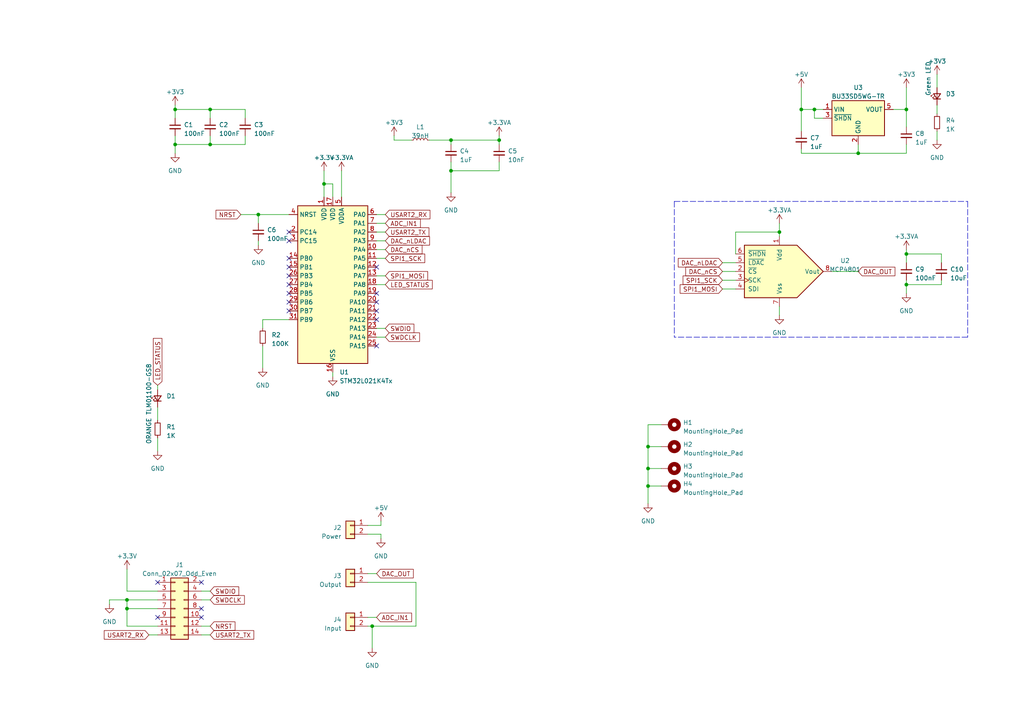
<source format=kicad_sch>
(kicad_sch (version 20230121) (generator eeschema)
  (paper "A4")
  (lib_symbols
    (symbol "Analog_DAC:MCP4801" (pin_names (offset 1.016))
      (property "Reference" "U" (at 1.27 10.795 0))
      (property "Value" "MCP4801" (at 1.27 8.89 0))
      (symbol "MCP4801_0_0"
        (polyline (pts (xy 12.7 0) (xy 5.08 7.62) (xy -10.16 7.62) (xy -10.16 -7.62) (xy 5.08 -7.62) (xy 12.7 0)) (stroke (width 0.254)) (fill (type background)))
      )
      (symbol "MCP4801_1_1"
        (pin power_in line (at 0 10.16 270) (length 2.54) (name "Vdd") (number "1"))
        (pin input line (at -12.7 0 0) (length 2.54) (name "~{CS}") (number "2"))
        (pin input clock (at -12.7 -2.54 0) (length 2.54) (name "SCK") (number "3"))
        (pin input line (at -12.7 -5.08 0) (length 2.54) (name "SDI") (number "4"))
        (pin input line (at -12.7 2.54 0) (length 2.54) (name "~{LDAC}") (number "5"))
        (pin input line (at -12.7 5.08 0) (length 2.54) (name "~{SHDN}") (number "6"))
        (pin power_in line (at 0 -10.16 90) (length 2.54) (name "Vss") (number "7"))
        (pin output line (at 15.24 0 180) (length 2.54) (name "Vout") (number "8"))
      )
    )
    (symbol "Connector_Generic:Conn_01x02" (pin_names (offset 1.016) hide)
      (property "Reference" "J" (at 0 2.54 0))
      (property "Value" "Conn_01x02" (at 0 -5.08 0))
      (symbol "Conn_01x02_1_1"
        (rectangle (start -1.27 -2.413) (end 0 -2.667) (stroke (width 0.1524)))
        (rectangle (start -1.27 0.127) (end 0 -0.127) (stroke (width 0.1524)))
        (rectangle (start -1.27 1.27) (end 1.27 -3.81) (stroke (width 0.254)) (fill (type background)))
        (pin passive line (at -5.08 0 0) (length 3.81) (name "Pin_1") (number "1"))
        (pin passive line (at -5.08 -2.54 0) (length 3.81) (name "Pin_2") (number "2"))
      )
    )
    (symbol "Connector_Generic:Conn_02x07_Odd_Even" (pin_names (offset 1.016) hide)
      (property "Reference" "J" (at 1.27 10.16 0))
      (property "Value" "Conn_02x07_Odd_Even" (at 1.27 -10.16 0))
      (symbol "Conn_02x07_Odd_Even_1_1"
        (rectangle (start -1.27 -7.493) (end 0 -7.747) (stroke (width 0.1524)))
        (rectangle (start -1.27 -4.953) (end 0 -5.207) (stroke (width 0.1524)))
        (rectangle (start -1.27 -2.413) (end 0 -2.667) (stroke (width 0.1524)))
        (rectangle (start -1.27 0.127) (end 0 -0.127) (stroke (width 0.1524)))
        (rectangle (start -1.27 2.667) (end 0 2.413) (stroke (width 0.1524)))
        (rectangle (start -1.27 5.207) (end 0 4.953) (stroke (width 0.1524)))
        (rectangle (start -1.27 7.747) (end 0 7.493) (stroke (width 0.1524)))
        (rectangle (start -1.27 8.89) (end 3.81 -8.89) (stroke (width 0.254)) (fill (type background)))
        (rectangle (start 3.81 -7.493) (end 2.54 -7.747) (stroke (width 0.1524)))
        (rectangle (start 3.81 -4.953) (end 2.54 -5.207) (stroke (width 0.1524)))
        (rectangle (start 3.81 -2.413) (end 2.54 -2.667) (stroke (width 0.1524)))
        (rectangle (start 3.81 0.127) (end 2.54 -0.127) (stroke (width 0.1524)))
        (rectangle (start 3.81 2.667) (end 2.54 2.413) (stroke (width 0.1524)))
        (rectangle (start 3.81 5.207) (end 2.54 4.953) (stroke (width 0.1524)))
        (rectangle (start 3.81 7.747) (end 2.54 7.493) (stroke (width 0.1524)))
        (pin passive line (at -5.08 7.62 0) (length 3.81) (name "Pin_1") (number "1"))
        (pin passive line (at 7.62 -2.54 180) (length 3.81) (name "Pin_10") (number "10"))
        (pin passive line (at -5.08 -5.08 0) (length 3.81) (name "Pin_11") (number "11"))
        (pin passive line (at 7.62 -5.08 180) (length 3.81) (name "Pin_12") (number "12"))
        (pin passive line (at -5.08 -7.62 0) (length 3.81) (name "Pin_13") (number "13"))
        (pin passive line (at 7.62 -7.62 180) (length 3.81) (name "Pin_14") (number "14"))
        (pin passive line (at 7.62 7.62 180) (length 3.81) (name "Pin_2") (number "2"))
        (pin passive line (at -5.08 5.08 0) (length 3.81) (name "Pin_3") (number "3"))
        (pin passive line (at 7.62 5.08 180) (length 3.81) (name "Pin_4") (number "4"))
        (pin passive line (at -5.08 2.54 0) (length 3.81) (name "Pin_5") (number "5"))
        (pin passive line (at 7.62 2.54 180) (length 3.81) (name "Pin_6") (number "6"))
        (pin passive line (at -5.08 0 0) (length 3.81) (name "Pin_7") (number "7"))
        (pin passive line (at 7.62 0 180) (length 3.81) (name "Pin_8") (number "8"))
        (pin passive line (at -5.08 -2.54 0) (length 3.81) (name "Pin_9") (number "9"))
      )
    )
    (symbol "Device:C_Small" (pin_numbers hide) (pin_names (offset 0.254) hide)
      (property "Reference" "C" (at 0.254 1.778 0))
      (property "Value" "C_Small" (at 0.254 -2.032 0))
      (symbol "C_Small_0_1"
        (polyline (pts (xy -1.524 -0.508) (xy 1.524 -0.508)) (stroke (width 0.3302)))
        (polyline (pts (xy -1.524 0.508) (xy 1.524 0.508)) (stroke (width 0.3048)))
      )
      (symbol "C_Small_1_1"
        (pin passive line (at 0 2.54 270) (length 2.032) (name "~") (number "1"))
        (pin passive line (at 0 -2.54 90) (length 2.032) (name "~") (number "2"))
      )
    )
    (symbol "Device:LED_Small" (pin_numbers hide) (pin_names (offset 0.254) hide)
      (property "Reference" "D" (at -1.27 3.175 0))
      (property "Value" "LED_Small" (at -4.445 -2.54 0))
      (symbol "LED_Small_0_1"
        (polyline (pts (xy -0.762 -1.016) (xy -0.762 1.016)) (stroke (width 0.254)))
        (polyline (pts (xy 1.016 0) (xy -0.762 0)))
        (polyline (pts (xy 0.762 -1.016) (xy -0.762 0) (xy 0.762 1.016) (xy 0.762 -1.016)) (stroke (width 0.254)))
        (polyline (pts (xy 0 0.762) (xy -0.508 1.27) (xy -0.254 1.27) (xy -0.508 1.27) (xy -0.508 1.016)))
        (polyline (pts (xy 0.508 1.27) (xy 0 1.778) (xy 0.254 1.778) (xy 0 1.778) (xy 0 1.524)))
      )
      (symbol "LED_Small_1_1"
        (pin passive line (at -2.54 0 0) (length 1.778) (name "K") (number "1"))
        (pin passive line (at 2.54 0 180) (length 1.778) (name "A") (number "2"))
      )
    )
    (symbol "Device:L_Small" (pin_numbers hide) (pin_names (offset 0.254) hide)
      (property "Reference" "L" (at 0.762 1.016 0))
      (property "Value" "L_Small" (at 0.762 -1.016 0))
      (symbol "L_Small_0_1"
        (arc (start 0 -2.032) (mid 0.5058 -1.524) (end 0 -1.016))
        (arc (start 0 -1.016) (mid 0.5058 -0.508) (end 0 0))
        (arc (start 0 0) (mid 0.5058 0.508) (end 0 1.016))
        (arc (start 0 1.016) (mid 0.5058 1.524) (end 0 2.032))
      )
      (symbol "L_Small_1_1"
        (pin passive line (at 0 2.54 270) (length 0.508) (name "~") (number "1"))
        (pin passive line (at 0 -2.54 90) (length 0.508) (name "~") (number "2"))
      )
    )
    (symbol "Device:R_Small" (pin_numbers hide) (pin_names (offset 0.254) hide)
      (property "Reference" "R" (at 0.762 0.508 0))
      (property "Value" "R_Small" (at 0.762 -1.016 0))
      (symbol "R_Small_0_1"
        (rectangle (start -0.762 1.778) (end 0.762 -1.778) (stroke (width 0.2032)))
      )
      (symbol "R_Small_1_1"
        (pin passive line (at 0 2.54 270) (length 0.762) (name "~") (number "1"))
        (pin passive line (at 0 -2.54 90) (length 0.762) (name "~") (number "2"))
      )
    )
    (symbol "MCU_ST_STM32L0:STM32L021K4Tx"
      (property "Reference" "U" (at -10.16 24.13 0))
      (property "Value" "STM32L021K4Tx" (at 5.08 24.13 0))
      (symbol "STM32L021K4Tx_0_1"
        (rectangle (start -10.16 -22.86) (end 10.16 22.86) (stroke (width 0.254)) (fill (type background)))
      )
      (symbol "STM32L021K4Tx_1_1"
        (pin power_in line (at -2.54 25.4 270) (length 2.54) (name "VDD") (number "1"))
        (pin bidirectional line (at 12.7 10.16 180) (length 2.54) (name "PA4") (number "10"))
        (pin bidirectional line (at 12.7 7.62 180) (length 2.54) (name "PA5") (number "11"))
        (pin bidirectional line (at 12.7 5.08 180) (length 2.54) (name "PA6") (number "12"))
        (pin bidirectional line (at 12.7 2.54 180) (length 2.54) (name "PA7") (number "13"))
        (pin bidirectional line (at -12.7 7.62 0) (length 2.54) (name "PB0") (number "14"))
        (pin bidirectional line (at -12.7 5.08 0) (length 2.54) (name "PB1") (number "15"))
        (pin power_in line (at 0 -25.4 90) (length 2.54) (name "VSS") (number "16"))
        (pin power_in line (at 0 25.4 270) (length 2.54) (name "VDD") (number "17"))
        (pin bidirectional line (at 12.7 0 180) (length 2.54) (name "PA8") (number "18"))
        (pin bidirectional line (at 12.7 -2.54 180) (length 2.54) (name "PA9") (number "19"))
        (pin bidirectional line (at -12.7 15.24 0) (length 2.54) (name "PC14") (number "2"))
        (pin bidirectional line (at 12.7 -5.08 180) (length 2.54) (name "PA10") (number "20"))
        (pin bidirectional line (at 12.7 -7.62 180) (length 2.54) (name "PA11") (number "21"))
        (pin bidirectional line (at 12.7 -10.16 180) (length 2.54) (name "PA12") (number "22"))
        (pin bidirectional line (at 12.7 -12.7 180) (length 2.54) (name "PA13") (number "23"))
        (pin bidirectional line (at 12.7 -15.24 180) (length 2.54) (name "PA14") (number "24"))
        (pin bidirectional line (at 12.7 -17.78 180) (length 2.54) (name "PA15") (number "25"))
        (pin bidirectional line (at -12.7 2.54 0) (length 2.54) (name "PB3") (number "26"))
        (pin bidirectional line (at -12.7 0 0) (length 2.54) (name "PB4") (number "27"))
        (pin bidirectional line (at -12.7 -2.54 0) (length 2.54) (name "PB5") (number "28"))
        (pin bidirectional line (at -12.7 -5.08 0) (length 2.54) (name "PB6") (number "29"))
        (pin bidirectional line (at -12.7 12.7 0) (length 2.54) (name "PC15") (number "3"))
        (pin bidirectional line (at -12.7 -7.62 0) (length 2.54) (name "PB7") (number "30"))
        (pin bidirectional line (at -12.7 -10.16 0) (length 2.54) (name "PB9") (number "31"))
        (pin passive line (at 0 -25.4 90) (length 2.54) hide (name "VSS") (number "32"))
        (pin input line (at -12.7 20.32 0) (length 2.54) (name "NRST") (number "4"))
        (pin power_in line (at 2.54 25.4 270) (length 2.54) (name "VDDA") (number "5"))
        (pin bidirectional line (at 12.7 20.32 180) (length 2.54) (name "PA0") (number "6"))
        (pin bidirectional line (at 12.7 17.78 180) (length 2.54) (name "PA1") (number "7"))
        (pin bidirectional line (at 12.7 15.24 180) (length 2.54) (name "PA2") (number "8"))
        (pin bidirectional line (at 12.7 12.7 180) (length 2.54) (name "PA3") (number "9"))
      )
    )
    (symbol "Mechanical:MountingHole_Pad" (pin_numbers hide) (pin_names (offset 1.016) hide)
      (property "Reference" "H" (at 0 6.35 0))
      (property "Value" "MountingHole_Pad" (at 0 4.445 0))
      (symbol "MountingHole_Pad_0_1"
        (circle (center 0 1.27) (radius 1.27) (stroke (width 1.27)))
      )
      (symbol "MountingHole_Pad_1_1"
        (pin input line (at 0 -2.54 90) (length 2.54) (name "1") (number "1"))
      )
    )
    (symbol "Regulator_Linear:MCP1802x-xx02xOT"
      (property "Reference" "U" (at -6.35 6.35 0))
      (property "Value" "MCP1802x-xx02xOT" (at 0 6.35 0))
      (symbol "MCP1802x-xx02xOT_0_1"
        (rectangle (start -7.62 5.08) (end 7.62 -5.08) (stroke (width 0.254)) (fill (type background)))
      )
      (symbol "MCP1802x-xx02xOT_1_1"
        (pin power_in line (at -10.16 2.54 0) (length 2.54) (name "VIN") (number "1"))
        (pin power_in line (at 0 -7.62 90) (length 2.54) (name "GND") (number "2"))
        (pin input line (at -10.16 0 0) (length 2.54) (name "~{SHDN}") (number "3"))
        (pin no_connect line (at 7.62 0 180) (length 2.54) hide (name "NC") (number "4"))
        (pin power_out line (at 10.16 2.54 180) (length 2.54) (name "VOUT") (number "5"))
      )
    )
    (symbol "power:+3.3V" (power) (pin_names (offset 0))
      (property "Value" "+3.3V" (at 0 3.556 0))
      (symbol "+3.3V_0_1"
        (polyline (pts (xy -0.762 1.27) (xy 0 2.54)))
        (polyline (pts (xy 0 0) (xy 0 2.54)))
        (polyline (pts (xy 0 2.54) (xy 0.762 1.27)))
      )
      (symbol "+3.3V_1_1"
        (pin power_in line (at 0 0 90) (length 0) hide (name "+3.3V") (number "1"))
      )
    )
    (symbol "power:+3.3VA" (power) (pin_names (offset 0))
      (property "Value" "+3.3VA" (at 0 3.556 0))
      (symbol "+3.3VA_0_1"
        (polyline (pts (xy -0.762 1.27) (xy 0 2.54)))
        (polyline (pts (xy 0 0) (xy 0 2.54)))
        (polyline (pts (xy 0 2.54) (xy 0.762 1.27)))
      )
      (symbol "+3.3VA_1_1"
        (pin power_in line (at 0 0 90) (length 0) hide (name "+3.3VA") (number "1"))
      )
    )
    (symbol "power:+3V3" (power) (pin_names (offset 0))
      (property "Value" "+3V3" (at 0 3.556 0))
      (symbol "+3V3_0_1"
        (polyline (pts (xy -0.762 1.27) (xy 0 2.54)))
        (polyline (pts (xy 0 0) (xy 0 2.54)))
        (polyline (pts (xy 0 2.54) (xy 0.762 1.27)))
      )
      (symbol "+3V3_1_1"
        (pin power_in line (at 0 0 90) (length 0) hide (name "+3V3") (number "1"))
      )
    )
    (symbol "power:+5V" (power) (pin_names (offset 0))
      (property "Value" "+5V" (at 0 3.556 0))
      (symbol "+5V_0_1"
        (polyline (pts (xy -0.762 1.27) (xy 0 2.54)))
        (polyline (pts (xy 0 0) (xy 0 2.54)))
        (polyline (pts (xy 0 2.54) (xy 0.762 1.27)))
      )
      (symbol "+5V_1_1"
        (pin power_in line (at 0 0 90) (length 0) hide (name "+5V") (number "1"))
      )
    )
    (symbol "power:GND" (power) (pin_names (offset 0))
      (property "Value" "GND" (at 0 -3.81 0))
      (symbol "GND_0_1"
        (polyline (pts (xy 0 0) (xy 0 -1.27) (xy 1.27 -1.27) (xy 0 -2.54) (xy -1.27 -1.27) (xy 0 -1.27)))
      )
      (symbol "GND_1_1"
        (pin power_in line (at 0 0 270) (length 0) hide (name "GND") (number "1"))
      )
    )
  )
  (junction (at 248.92 44.45))
  (junction (at 93.98 53.34))
  (junction (at 130.81 49.53))
  (junction (at 60.96 31.75))
  (junction (at 36.83 176.53))
  (junction (at 226.06 67.31))
  (junction (at 262.89 73.66))
  (junction (at 187.96 140.97))
  (junction (at 50.8 31.75))
  (junction (at 187.96 129.54))
  (junction (at 232.41 31.75))
  (junction (at 262.89 82.55))
  (junction (at 262.89 31.75))
  (junction (at 236.22 31.75))
  (junction (at 144.78 40.64))
  (junction (at 187.96 135.89))
  (junction (at 36.83 173.99))
  (junction (at 50.8 41.91))
  (junction (at 130.81 40.64))
  (junction (at 74.93 62.23))
  (junction (at 60.96 41.91))
  (junction (at 107.95 181.61))
  (no_connect (at 83.82 87.63))
  (no_connect (at 83.82 80.01))
  (no_connect (at 109.22 90.17))
  (no_connect (at 58.42 168.91))
  (no_connect (at 58.42 176.53))
  (no_connect (at 58.42 179.07))
  (no_connect (at 83.82 77.47))
  (no_connect (at 45.72 179.07))
  (no_connect (at 83.82 69.85))
  (no_connect (at 109.22 85.09))
  (no_connect (at 109.22 100.33))
  (no_connect (at 83.82 82.55))
  (no_connect (at 109.22 77.47))
  (no_connect (at 83.82 85.09))
  (no_connect (at 83.82 90.17))
  (no_connect (at 83.82 74.93))
  (no_connect (at 45.72 168.91))
  (no_connect (at 109.22 87.63))
  (no_connect (at 83.82 67.31))
  (no_connect (at 109.22 92.71))
  (wire (pts (xy 248.92 44.45) (xy 232.41 44.45)))
  (wire (pts (xy 106.68 179.07) (xy 109.22 179.07)))
  (wire (pts (xy 74.93 62.23) (xy 74.93 64.77)))
  (wire (pts (xy 45.72 176.53) (xy 36.83 176.53)))
  (wire (pts (xy 106.68 152.4) (xy 110.49 152.4)))
  (polyline (pts (xy 195.58 58.42) (xy 195.58 97.79)) (stroke (width 0) (type dash)))
  (wire (pts (xy 273.05 73.66) (xy 262.89 73.66)))
  (wire (pts (xy 36.83 181.61) (xy 36.83 176.53)))
  (wire (pts (xy 120.65 168.91) (xy 120.65 181.61)))
  (wire (pts (xy 187.96 140.97) (xy 187.96 146.05)))
  (wire (pts (xy 96.52 57.15) (xy 96.52 53.34)))
  (wire (pts (xy 71.12 39.37) (xy 71.12 41.91)))
  (wire (pts (xy 74.93 69.85) (xy 74.93 71.12)))
  (wire (pts (xy 232.41 44.45) (xy 232.41 43.18)))
  (wire (pts (xy 262.89 82.55) (xy 262.89 85.09)))
  (wire (pts (xy 60.96 41.91) (xy 50.8 41.91)))
  (wire (pts (xy 109.22 67.31) (xy 111.76 67.31)))
  (wire (pts (xy 60.96 39.37) (xy 60.96 41.91)))
  (wire (pts (xy 209.55 78.74) (xy 213.36 78.74)))
  (wire (pts (xy 43.18 184.15) (xy 45.72 184.15)))
  (wire (pts (xy 58.42 171.45) (xy 60.96 171.45)))
  (wire (pts (xy 232.41 25.4) (xy 232.41 31.75)))
  (wire (pts (xy 50.8 31.75) (xy 50.8 30.48)))
  (wire (pts (xy 209.55 83.82) (xy 213.36 83.82)))
  (wire (pts (xy 109.22 69.85) (xy 111.76 69.85)))
  (wire (pts (xy 262.89 41.91) (xy 262.89 44.45)))
  (wire (pts (xy 236.22 34.29) (xy 236.22 31.75)))
  (wire (pts (xy 50.8 31.75) (xy 50.8 34.29)))
  (wire (pts (xy 109.22 82.55) (xy 111.76 82.55)))
  (wire (pts (xy 187.96 135.89) (xy 191.77 135.89)))
  (wire (pts (xy 187.96 129.54) (xy 187.96 135.89)))
  (wire (pts (xy 213.36 73.66) (xy 213.36 67.31)))
  (wire (pts (xy 36.83 176.53) (xy 36.83 173.99)))
  (wire (pts (xy 262.89 72.39) (xy 262.89 73.66)))
  (wire (pts (xy 58.42 173.99) (xy 60.96 173.99)))
  (wire (pts (xy 50.8 41.91) (xy 50.8 39.37)))
  (wire (pts (xy 144.78 41.91) (xy 144.78 40.64)))
  (wire (pts (xy 226.06 67.31) (xy 226.06 68.58)))
  (wire (pts (xy 109.22 74.93) (xy 111.76 74.93)))
  (wire (pts (xy 130.81 40.64) (xy 124.46 40.64)))
  (wire (pts (xy 191.77 123.19) (xy 187.96 123.19)))
  (wire (pts (xy 58.42 181.61) (xy 60.96 181.61)))
  (wire (pts (xy 109.22 80.01) (xy 111.76 80.01)))
  (wire (pts (xy 50.8 41.91) (xy 50.8 44.45)))
  (wire (pts (xy 74.93 62.23) (xy 83.82 62.23)))
  (wire (pts (xy 76.2 100.33) (xy 76.2 106.68)))
  (wire (pts (xy 130.81 49.53) (xy 130.81 46.99)))
  (wire (pts (xy 71.12 41.91) (xy 60.96 41.91)))
  (wire (pts (xy 106.68 168.91) (xy 120.65 168.91)))
  (wire (pts (xy 187.96 129.54) (xy 191.77 129.54)))
  (wire (pts (xy 99.06 49.53) (xy 99.06 57.15)))
  (polyline (pts (xy 280.67 97.79) (xy 195.58 97.79)) (stroke (width 0) (type dash)))
  (wire (pts (xy 271.78 21.59) (xy 271.78 25.4)))
  (wire (pts (xy 109.22 97.79) (xy 111.76 97.79)))
  (polyline (pts (xy 195.58 58.42) (xy 280.67 58.42)) (stroke (width 0) (type dash)))
  (wire (pts (xy 226.06 88.9) (xy 226.06 91.44)))
  (wire (pts (xy 109.22 62.23) (xy 111.76 62.23)))
  (wire (pts (xy 36.83 173.99) (xy 45.72 173.99)))
  (wire (pts (xy 262.89 31.75) (xy 259.08 31.75)))
  (wire (pts (xy 262.89 73.66) (xy 262.89 76.2)))
  (wire (pts (xy 262.89 44.45) (xy 248.92 44.45)))
  (wire (pts (xy 106.68 166.37) (xy 109.22 166.37)))
  (wire (pts (xy 209.55 81.28) (xy 213.36 81.28)))
  (wire (pts (xy 120.65 181.61) (xy 107.95 181.61)))
  (wire (pts (xy 76.2 92.71) (xy 76.2 95.25)))
  (wire (pts (xy 273.05 76.2) (xy 273.05 73.66)))
  (wire (pts (xy 109.22 72.39) (xy 111.76 72.39)))
  (wire (pts (xy 60.96 31.75) (xy 60.96 34.29)))
  (wire (pts (xy 45.72 127) (xy 45.72 130.81)))
  (wire (pts (xy 71.12 34.29) (xy 71.12 31.75)))
  (wire (pts (xy 31.75 173.99) (xy 36.83 173.99)))
  (wire (pts (xy 114.3 40.64) (xy 114.3 39.37)))
  (wire (pts (xy 144.78 39.37) (xy 144.78 40.64)))
  (wire (pts (xy 130.81 49.53) (xy 130.81 55.88)))
  (wire (pts (xy 144.78 46.99) (xy 144.78 49.53)))
  (wire (pts (xy 213.36 67.31) (xy 226.06 67.31)))
  (wire (pts (xy 107.95 181.61) (xy 106.68 181.61)))
  (wire (pts (xy 248.92 41.91) (xy 248.92 44.45)))
  (wire (pts (xy 114.3 40.64) (xy 119.38 40.64)))
  (wire (pts (xy 262.89 25.4) (xy 262.89 31.75)))
  (wire (pts (xy 110.49 154.94) (xy 106.68 154.94)))
  (wire (pts (xy 69.85 62.23) (xy 74.93 62.23)))
  (wire (pts (xy 76.2 92.71) (xy 83.82 92.71)))
  (wire (pts (xy 262.89 82.55) (xy 273.05 82.55)))
  (wire (pts (xy 273.05 82.55) (xy 273.05 81.28)))
  (wire (pts (xy 232.41 31.75) (xy 232.41 38.1)))
  (wire (pts (xy 93.98 49.53) (xy 93.98 53.34)))
  (wire (pts (xy 187.96 140.97) (xy 191.77 140.97)))
  (wire (pts (xy 110.49 152.4) (xy 110.49 151.13)))
  (wire (pts (xy 96.52 107.95) (xy 96.52 109.22)))
  (wire (pts (xy 93.98 53.34) (xy 93.98 57.15)))
  (wire (pts (xy 58.42 184.15) (xy 60.96 184.15)))
  (wire (pts (xy 262.89 31.75) (xy 262.89 36.83)))
  (wire (pts (xy 109.22 95.25) (xy 111.76 95.25)))
  (wire (pts (xy 209.55 76.2) (xy 213.36 76.2)))
  (wire (pts (xy 130.81 40.64) (xy 130.81 41.91)))
  (polyline (pts (xy 280.67 58.42) (xy 280.67 97.79)) (stroke (width 0) (type dash)))
  (wire (pts (xy 96.52 53.34) (xy 93.98 53.34)))
  (wire (pts (xy 238.76 34.29) (xy 236.22 34.29)))
  (wire (pts (xy 187.96 135.89) (xy 187.96 140.97)))
  (wire (pts (xy 31.75 173.99) (xy 31.75 175.26)))
  (wire (pts (xy 241.3 78.74) (xy 248.92 78.74)))
  (wire (pts (xy 262.89 81.28) (xy 262.89 82.55)))
  (wire (pts (xy 107.95 181.61) (xy 107.95 187.96)))
  (wire (pts (xy 45.72 111.76) (xy 45.72 113.03)))
  (wire (pts (xy 45.72 171.45) (xy 36.83 171.45)))
  (wire (pts (xy 110.49 156.21) (xy 110.49 154.94)))
  (wire (pts (xy 144.78 49.53) (xy 130.81 49.53)))
  (wire (pts (xy 238.76 31.75) (xy 236.22 31.75)))
  (wire (pts (xy 236.22 31.75) (xy 232.41 31.75)))
  (wire (pts (xy 226.06 64.77) (xy 226.06 67.31)))
  (wire (pts (xy 71.12 31.75) (xy 60.96 31.75)))
  (wire (pts (xy 271.78 38.1) (xy 271.78 40.64)))
  (wire (pts (xy 45.72 118.11) (xy 45.72 121.92)))
  (wire (pts (xy 36.83 171.45) (xy 36.83 165.1)))
  (wire (pts (xy 109.22 64.77) (xy 111.76 64.77)))
  (wire (pts (xy 45.72 181.61) (xy 36.83 181.61)))
  (wire (pts (xy 60.96 31.75) (xy 50.8 31.75)))
  (wire (pts (xy 187.96 123.19) (xy 187.96 129.54)))
  (wire (pts (xy 271.78 30.48) (xy 271.78 33.02)))
  (wire (pts (xy 144.78 40.64) (xy 130.81 40.64)))
  (global_label "DAC_OUT" (shape input) (at 248.92 78.74 0) (property "Intersheetrefs" "${INTERSHEET_REFS}" (effects hide)))
  (global_label "DAC_nCS" (shape input) (at 209.55 78.74 180) (property "Intersheetrefs" "${INTERSHEET_REFS}" (effects hide)))
  (global_label "DAC_nCS" (shape input) (at 111.76 72.39 0) (property "Intersheetrefs" "${INTERSHEET_REFS}" (effects hide)))
  (global_label "USART2_RX" (shape input) (at 43.18 184.15 180) (property "Intersheetrefs" "${INTERSHEET_REFS}" (effects hide)))
  (global_label "USART2_RX" (shape input) (at 111.76 62.23 0) (property "Intersheetrefs" "${INTERSHEET_REFS}" (effects hide)))
  (global_label "SPI1_MOSI" (shape input) (at 209.55 83.82 180) (property "Intersheetrefs" "${INTERSHEET_REFS}" (effects hide)))
  (global_label "ADC_IN1" (shape input) (at 111.76 64.77 0) (property "Intersheetrefs" "${INTERSHEET_REFS}" (effects hide)))
  (global_label "DAC_nLDAC" (shape input) (at 209.55 76.2 180) (property "Intersheetrefs" "${INTERSHEET_REFS}" (effects hide)))
  (global_label "SWDIO" (shape input) (at 60.96 171.45 0) (property "Intersheetrefs" "${INTERSHEET_REFS}" (effects hide)))
  (global_label "SWDCLK" (shape input) (at 111.76 97.79 0) (property "Intersheetrefs" "${INTERSHEET_REFS}" (effects hide)))
  (global_label "LED_STATUS" (shape input) (at 111.76 82.55 0) (property "Intersheetrefs" "${INTERSHEET_REFS}" (effects hide)))
  (global_label "NRST" (shape input) (at 60.96 181.61 0) (property "Intersheetrefs" "${INTERSHEET_REFS}" (effects hide)))
  (global_label "DAC_nLDAC" (shape input) (at 111.76 69.85 0) (property "Intersheetrefs" "${INTERSHEET_REFS}" (effects hide)))
  (global_label "ADC_IN1" (shape input) (at 109.22 179.07 0) (property "Intersheetrefs" "${INTERSHEET_REFS}" (effects hide)))
  (global_label "SPI1_SCK" (shape input) (at 111.76 74.93 0) (property "Intersheetrefs" "${INTERSHEET_REFS}" (effects hide)))
  (global_label "SPI1_SCK" (shape input) (at 209.55 81.28 180) (property "Intersheetrefs" "${INTERSHEET_REFS}" (effects hide)))
  (global_label "SWDIO" (shape input) (at 111.76 95.25 0) (property "Intersheetrefs" "${INTERSHEET_REFS}" (effects hide)))
  (global_label "LED_STATUS" (shape input) (at 45.72 111.76 90) (property "Intersheetrefs" "${INTERSHEET_REFS}" (effects hide)))
  (global_label "SWDCLK" (shape input) (at 60.96 173.99 0) (property "Intersheetrefs" "${INTERSHEET_REFS}" (effects hide)))
  (global_label "SPI1_MOSI" (shape input) (at 111.76 80.01 0) (property "Intersheetrefs" "${INTERSHEET_REFS}" (effects hide)))
  (global_label "NRST" (shape input) (at 69.85 62.23 180) (property "Intersheetrefs" "${INTERSHEET_REFS}" (effects hide)))
  (global_label "DAC_OUT" (shape input) (at 109.22 166.37 0) (property "Intersheetrefs" "${INTERSHEET_REFS}" (effects hide)))
  (global_label "USART2_TX" (shape input) (at 111.76 67.31 0) (property "Intersheetrefs" "${INTERSHEET_REFS}" (effects hide)))
  (global_label "USART2_TX" (shape input) (at 60.96 184.15 0) (property "Intersheetrefs" "${INTERSHEET_REFS}" (effects hide)))
  (symbol (lib_id "Mechanical:MountingHole_Pad") (at 194.31 123.19 270) (unit 1)
    (property "Reference" "H1" (at 198.12 122.555 90) (effects (justify left)))
    (property "Value" "MountingHole_Pad" (at 198.12 125.095 90) (effects (justify left)))
    (property "Footprint" "MountingHole:MountingHole_3.2mm_M3_Pad" (effects hide))
  )
  (symbol (lib_id "Device:C_Small") (at 262.89 78.74 0) (unit 1)
    (property "Reference" "C9" (at 265.43 78.1113 0) (effects (justify left)))
    (property "Value" "100nF" (at 265.43 80.6513 0) (effects (justify left)))
    (property "Footprint" "Capacitor_SMD:C_0805_2012Metric_Pad1.18x1.45mm_HandSolder" (effects hide))
  )
  (symbol (lib_id "Device:C_Small") (at 71.12 36.83 0) (unit 1)
    (property "Reference" "C3" (at 73.66 36.2013 0) (effects (justify left)))
    (property "Value" "100nF" (at 73.66 38.7413 0) (effects (justify left)))
    (property "Footprint" "Capacitor_SMD:C_0805_2012Metric_Pad1.18x1.45mm_HandSolder" (effects hide))
  )
  (symbol (lib_id "power:GND") (at 271.78 40.64 0) (unit 1)
    (property "Reference" "#PWR015" (effects hide))
    (property "Value" "GND" (at 271.78 45.72 0))
  )
  (symbol (lib_id "Connector_Generic:Conn_01x02") (at 101.6 166.37 0) (mirror y) (unit 1)
    (property "Reference" "J3" (at 99.06 167.005 0) (effects (justify left)))
    (property "Value" "Output" (at 99.06 169.545 0) (effects (justify left)))
    (property "Footprint" "Connector_JST:JST_XH_B2B-XH-A_1x02_P2.50mm_Vertical" (effects hide))
  )
  (symbol (lib_id "Mechanical:MountingHole_Pad") (at 194.31 135.89 270) (unit 1)
    (property "Reference" "H3" (at 198.12 135.255 90) (effects (justify left)))
    (property "Value" "MountingHole_Pad" (at 198.12 137.795 90) (effects (justify left)))
    (property "Footprint" "MountingHole:MountingHole_3.2mm_M3_Pad" (effects hide))
  )
  (symbol (lib_id "Connector_Generic:Conn_01x02") (at 101.6 152.4 0) (mirror y) (unit 1)
    (property "Reference" "J2" (at 99.06 153.035 0) (effects (justify left)))
    (property "Value" "Power" (at 99.06 155.575 0) (effects (justify left)))
    (property "Footprint" "Connector_JST:JST_XH_B2B-XH-A_1x02_P2.50mm_Vertical" (effects hide))
  )
  (symbol (lib_id "Mechanical:MountingHole_Pad") (at 194.31 140.97 270) (unit 1)
    (property "Reference" "H4" (at 198.12 140.335 90) (effects (justify left)))
    (property "Value" "MountingHole_Pad" (at 198.12 142.875 90) (effects (justify left)))
    (property "Footprint" "MountingHole:MountingHole_3.2mm_M3_Pad" (effects hide))
  )
  (symbol (lib_id "power:GND") (at 31.75 175.26 0) (unit 1)
    (property "Reference" "#PWR019" (effects hide))
    (property "Value" "GND" (at 31.75 180.34 0))
  )
  (symbol (lib_id "power:+3V3") (at 114.3 39.37 0) (unit 1)
    (property "Reference" "#PWR07" (effects hide))
    (property "Value" "+3V3" (at 114.3 35.56 0))
  )
  (symbol (lib_id "Regulator_Linear:MCP1802x-xx02xOT") (at 248.92 34.29 0) (unit 1)
    (property "Reference" "U3" (at 248.92 25.4 0))
    (property "Value" "BU33SD5WG-TR" (at 248.92 27.94 0))
    (property "Footprint" "Package_TO_SOT_SMD:SOT-23-5" (effects hide))
    (property "Datasheet" "http://ww1.microchip.com/downloads/en/DeviceDoc/22053C.pdf" (effects hide))
  )
  (symbol (lib_id "Device:C_Small") (at 74.93 67.31 0) (unit 1)
    (property "Reference" "C6" (at 77.47 66.6813 0) (effects (justify left)))
    (property "Value" "100nF" (at 77.47 69.2213 0) (effects (justify left)))
    (property "Footprint" "Capacitor_SMD:C_0805_2012Metric_Pad1.18x1.45mm_HandSolder" (effects hide))
  )
  (symbol (lib_id "Device:C_Small") (at 144.78 44.45 0) (unit 1)
    (property "Reference" "C5" (at 147.32 43.8213 0) (effects (justify left)))
    (property "Value" "10nF" (at 147.32 46.3613 0) (effects (justify left)))
    (property "Footprint" "Capacitor_SMD:C_0805_2012Metric_Pad1.18x1.45mm_HandSolder" (effects hide))
  )
  (symbol (lib_id "Device:LED_Small") (at 271.78 27.94 90) (unit 1)
    (property "Reference" "D3" (at 274.32 27.2415 90) (effects (justify right)))
    (property "Value" "Green LED" (at 269.24 17.78 0) (effects (justify right)))
    (property "Footprint" "LED_SMD:LED_0603_1608Metric_Pad1.05x0.95mm_HandSolder" (effects hide))
  )
  (symbol (lib_id "power:GND") (at 262.89 85.09 0) (unit 1)
    (property "Reference" "#PWR024" (effects hide))
    (property "Value" "GND" (at 262.89 90.17 0))
  )
  (symbol (lib_id "power:+3V3") (at 50.8 30.48 0) (unit 1)
    (property "Reference" "#PWR04" (effects hide))
    (property "Value" "+3V3" (at 50.8 26.67 0))
  )
  (symbol (lib_id "power:GND") (at 96.52 109.22 0) (unit 1)
    (property "Reference" "#PWR02" (effects hide))
    (property "Value" "GND" (at 96.52 114.3 0))
  )
  (symbol (lib_id "Connector_Generic:Conn_02x07_Odd_Even") (at 50.8 176.53 0) (unit 1)
    (property "Reference" "J1" (at 52.07 163.83 0))
    (property "Value" "Conn_02x07_Odd_Even" (at 52.07 166.37 0))
    (property "Footprint" "Connector_PinHeader_1.27mm:PinHeader_2x07_P1.27mm_Vertical_SMD" (effects hide))
  )
  (symbol (lib_id "Mechanical:MountingHole_Pad") (at 194.31 129.54 270) (unit 1)
    (property "Reference" "H2" (at 198.12 128.905 90) (effects (justify left)))
    (property "Value" "MountingHole_Pad" (at 198.12 131.445 90) (effects (justify left)))
    (property "Footprint" "MountingHole:MountingHole_3.2mm_M3_Pad" (effects hide))
  )
  (symbol (lib_id "power:+3.3VA") (at 99.06 49.53 0) (unit 1)
    (property "Reference" "#PWR03" (effects hide))
    (property "Value" "+3.3VA" (at 99.06 45.72 0))
  )
  (symbol (lib_id "Device:LED_Small") (at 45.72 115.57 90) (unit 1)
    (property "Reference" "D1" (at 48.26 114.8715 90) (effects (justify right)))
    (property "Value" "ORANGE TLM01100-GS8" (at 43.18 105.41 0) (effects (justify right)))
    (property "Footprint" "LED_SMD:LED_0603_1608Metric_Pad1.05x0.95mm_HandSolder" (effects hide))
  )
  (symbol (lib_id "Device:R_Small") (at 76.2 97.79 0) (unit 1)
    (property "Reference" "R2" (at 78.74 97.155 0) (effects (justify left)))
    (property "Value" "100K" (at 78.74 99.695 0) (effects (justify left)))
    (property "Footprint" "Resistor_SMD:R_0805_2012Metric_Pad1.20x1.40mm_HandSolder" (effects hide))
  )
  (symbol (lib_id "power:GND") (at 45.72 130.81 0) (unit 1)
    (property "Reference" "#PWR010" (effects hide))
    (property "Value" "GND" (at 45.72 135.89 0))
  )
  (symbol (lib_id "power:GND") (at 187.96 146.05 0) (unit 1)
    (property "Reference" "#PWR025" (effects hide))
    (property "Value" "GND" (at 187.96 151.13 0))
  )
  (symbol (lib_id "power:GND") (at 226.06 91.44 0) (unit 1)
    (property "Reference" "#PWR017" (effects hide))
    (property "Value" "GND" (at 226.06 96.52 0))
  )
  (symbol (lib_id "Device:C_Small") (at 273.05 78.74 0) (unit 1)
    (property "Reference" "C10" (at 275.59 78.1113 0) (effects (justify left)))
    (property "Value" "10uF" (at 275.59 80.6513 0) (effects (justify left)))
    (property "Footprint" "Capacitor_SMD:C_0805_2012Metric_Pad1.18x1.45mm_HandSolder" (effects hide))
  )
  (symbol (lib_id "power:GND") (at 76.2 106.68 0) (unit 1)
    (property "Reference" "#PWR011" (effects hide))
    (property "Value" "GND" (at 76.2 111.76 0))
  )
  (symbol (lib_id "Device:C_Small") (at 232.41 40.64 0) (unit 1)
    (property "Reference" "C7" (at 234.95 40.0113 0) (effects (justify left)))
    (property "Value" "1uF" (at 234.95 42.5513 0) (effects (justify left)))
    (property "Footprint" "Capacitor_SMD:C_0805_2012Metric_Pad1.18x1.45mm_HandSolder" (effects hide))
  )
  (symbol (lib_id "Device:C_Small") (at 262.89 39.37 0) (unit 1)
    (property "Reference" "C8" (at 265.43 38.7413 0) (effects (justify left)))
    (property "Value" "1uF" (at 265.43 41.2813 0) (effects (justify left)))
    (property "Footprint" "Capacitor_SMD:C_0805_2012Metric_Pad1.18x1.45mm_HandSolder" (effects hide))
  )
  (symbol (lib_id "MCU_ST_STM32L0:STM32L021K4Tx") (at 96.52 82.55 0) (unit 1)
    (property "Reference" "U1" (at 98.4759 107.95 0) (effects (justify left)))
    (property "Value" "STM32L021K4Tx" (at 98.4759 110.49 0) (effects (justify left)))
    (property "Footprint" "Package_QFP:LQFP-32_7x7mm_P0.8mm" (effects hide))
    (property "Datasheet" "https://www.st.com/resource/en/datasheet/stm32l021k4.pdf" (effects hide))
  )
  (symbol (lib_id "power:+3.3VA") (at 262.89 72.39 0) (unit 1)
    (property "Reference" "#PWR023" (effects hide))
    (property "Value" "+3.3VA" (at 262.89 68.58 0))
  )
  (symbol (lib_id "power:+3.3VA") (at 226.06 64.77 0) (unit 1)
    (property "Reference" "#PWR016" (effects hide))
    (property "Value" "+3.3VA" (at 226.06 60.96 0))
  )
  (symbol (lib_id "power:GND") (at 110.49 156.21 0) (unit 1)
    (property "Reference" "#PWR021" (effects hide))
    (property "Value" "GND" (at 110.49 161.29 0))
  )
  (symbol (lib_id "Device:R_Small") (at 271.78 35.56 0) (unit 1)
    (property "Reference" "R4" (at 274.32 34.925 0) (effects (justify left)))
    (property "Value" "1K" (at 274.32 37.465 0) (effects (justify left)))
    (property "Footprint" "Resistor_SMD:R_0805_2012Metric_Pad1.20x1.40mm_HandSolder" (effects hide))
  )
  (symbol (lib_id "power:+3.3V") (at 36.83 165.1 0) (unit 1)
    (property "Reference" "#PWR018" (effects hide))
    (property "Value" "+3.3V" (at 36.83 161.29 0))
  )
  (symbol (lib_id "Connector_Generic:Conn_01x02") (at 101.6 179.07 0) (mirror y) (unit 1)
    (property "Reference" "J4" (at 99.06 179.705 0) (effects (justify left)))
    (property "Value" "Input" (at 99.06 182.245 0) (effects (justify left)))
    (property "Footprint" "Connector_JST:JST_XH_B2B-XH-A_1x02_P2.50mm_Vertical" (effects hide))
  )
  (symbol (lib_id "power:GND") (at 130.81 55.88 0) (unit 1)
    (property "Reference" "#PWR06" (effects hide))
    (property "Value" "GND" (at 130.81 60.96 0))
  )
  (symbol (lib_id "power:GND") (at 107.95 187.96 0) (unit 1)
    (property "Reference" "#PWR022" (effects hide))
    (property "Value" "GND" (at 107.95 193.04 0))
  )
  (symbol (lib_id "power:+3V3") (at 271.78 21.59 0) (unit 1)
    (property "Reference" "#PWR014" (effects hide))
    (property "Value" "+3V3" (at 271.78 17.78 0))
  )
  (symbol (lib_id "Device:C_Small") (at 130.81 44.45 0) (unit 1)
    (property "Reference" "C4" (at 133.35 43.8213 0) (effects (justify left)))
    (property "Value" "1uF" (at 133.35 46.3613 0) (effects (justify left)))
    (property "Footprint" "Capacitor_SMD:C_0805_2012Metric_Pad1.18x1.45mm_HandSolder" (effects hide))
  )
  (symbol (lib_id "power:+5V") (at 232.41 25.4 0) (unit 1)
    (property "Reference" "#PWR013" (effects hide))
    (property "Value" "+5V" (at 232.41 21.59 0))
  )
  (symbol (lib_id "power:GND") (at 50.8 44.45 0) (unit 1)
    (property "Reference" "#PWR05" (effects hide))
    (property "Value" "GND" (at 50.8 49.53 0))
  )
  (symbol (lib_id "Analog_DAC:MCP4801") (at 226.06 78.74 0) (unit 1)
    (property "Reference" "U2" (at 245.11 75.6159 0))
    (property "Value" "MCP4801" (at 245.11 78.1559 0))
    (property "Footprint" "Package_SO:SOIC-8_3.9x4.9mm_P1.27mm" (effects hide))
    (property "Datasheet" "http://ww1.microchip.com/downloads/en/DeviceDoc/22244B.pdf" (effects hide))
  )
  (symbol (lib_id "power:+3V3") (at 262.89 25.4 0) (unit 1)
    (property "Reference" "#PWR012" (effects hide))
    (property "Value" "+3V3" (at 262.89 21.59 0))
  )
  (symbol (lib_id "Device:L_Small") (at 121.92 40.64 90) (unit 1)
    (property "Reference" "L1" (at 121.92 36.83 90))
    (property "Value" "39nH" (at 121.92 39.37 90))
    (property "Footprint" "Inductor_SMD:L_0805_2012Metric_Pad1.05x1.20mm_HandSolder" (effects hide))
  )
  (symbol (lib_id "Device:R_Small") (at 45.72 124.46 0) (unit 1)
    (property "Reference" "R1" (at 48.26 123.825 0) (effects (justify left)))
    (property "Value" "1K" (at 48.26 126.365 0) (effects (justify left)))
    (property "Footprint" "Resistor_SMD:R_0805_2012Metric_Pad1.20x1.40mm_HandSolder" (effects hide))
  )
  (symbol (lib_id "power:+3.3V") (at 93.98 49.53 0) (unit 1)
    (property "Reference" "#PWR01" (effects hide))
    (property "Value" "+3.3V" (at 93.98 45.72 0))
  )
  (symbol (lib_id "power:+5V") (at 110.49 151.13 0) (unit 1)
    (property "Reference" "#PWR020" (effects hide))
    (property "Value" "+5V" (at 110.49 147.32 0))
  )
  (symbol (lib_id "power:+3.3VA") (at 144.78 39.37 0) (unit 1)
    (property "Reference" "#PWR08" (effects hide))
    (property "Value" "+3.3VA" (at 144.78 35.56 0))
  )
  (symbol (lib_id "power:GND") (at 74.93 71.12 0) (unit 1)
    (property "Reference" "#PWR09" (effects hide))
    (property "Value" "GND" (at 74.93 76.2 0))
  )
  (symbol (lib_id "Device:C_Small") (at 60.96 36.83 0) (unit 1)
    (property "Reference" "C2" (at 63.5 36.2013 0) (effects (justify left)))
    (property "Value" "100nF" (at 63.5 38.7413 0) (effects (justify left)))
    (property "Footprint" "Capacitor_SMD:C_0805_2012Metric_Pad1.18x1.45mm_HandSolder" (effects hide))
  )
  (symbol (lib_id "Device:C_Small") (at 50.8 36.83 0) (unit 1)
    (property "Reference" "C1" (at 53.34 36.2013 0) (effects (justify left)))
    (property "Value" "100nF" (at 53.34 38.7413 0) (effects (justify left)))
    (property "Footprint" "Capacitor_SMD:C_0805_2012Metric_Pad1.18x1.45mm_HandSolder" (effects hide))
  )
)
</source>
